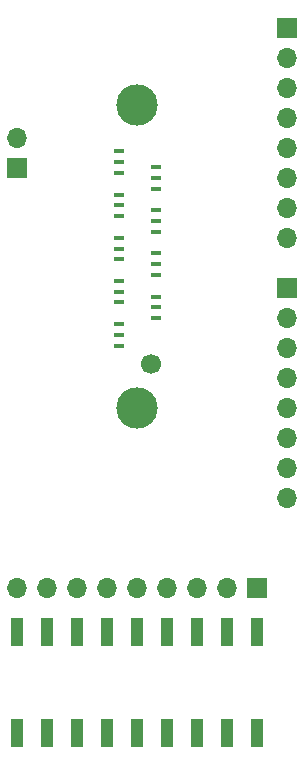
<source format=gts>
%TF.GenerationSoftware,KiCad,Pcbnew,7.0.6-rc2-8-gf9e9ed53f9*%
%TF.CreationDate,2023-06-28T16:03:34-05:00*%
%TF.ProjectId,Tek P6860 Adapter v.2,54656b20-5036-4383-9630-204164617074,rev?*%
%TF.SameCoordinates,Original*%
%TF.FileFunction,Soldermask,Top*%
%TF.FilePolarity,Negative*%
%FSLAX46Y46*%
G04 Gerber Fmt 4.6, Leading zero omitted, Abs format (unit mm)*
G04 Created by KiCad (PCBNEW 7.0.6-rc2-8-gf9e9ed53f9) date 2023-06-28 16:03:34*
%MOMM*%
%LPD*%
G01*
G04 APERTURE LIST*
%ADD10R,1.700000X1.700000*%
%ADD11O,1.700000X1.700000*%
%ADD12C,3.500000*%
%ADD13C,1.700000*%
%ADD14R,0.810000X0.410000*%
%ADD15R,1.120000X2.440000*%
G04 APERTURE END LIST*
D10*
%TO.C,J3*%
X21082000Y-31242000D03*
D11*
X21082000Y-28702000D03*
%TD*%
D12*
%TO.C,J4*%
X31242000Y-25912000D03*
D13*
X32385000Y-47882000D03*
D12*
X31242000Y-51562000D03*
D14*
X29677000Y-46302000D03*
X29677000Y-45387000D03*
X29677000Y-44482000D03*
X29677000Y-42642000D03*
X29677000Y-41732000D03*
X29677000Y-40822000D03*
X29677000Y-38977000D03*
X29677000Y-38072000D03*
X29677000Y-37162000D03*
X29677000Y-35322000D03*
X29677000Y-34407000D03*
X29677000Y-33502000D03*
X29677000Y-31667000D03*
X29677000Y-30757000D03*
X29677000Y-29847000D03*
X32807000Y-43962000D03*
X32807000Y-43052000D03*
X32812000Y-42142000D03*
X32812000Y-40302000D03*
X32812000Y-39392000D03*
X32812000Y-38482000D03*
X32812000Y-36647000D03*
X32812000Y-35742000D03*
X32812000Y-34832000D03*
X32807000Y-32992000D03*
X32807000Y-32082000D03*
X32812000Y-31172000D03*
%TD*%
D15*
%TO.C,SW1*%
X41376600Y-70511000D03*
X38836600Y-70511000D03*
X36296600Y-70511000D03*
X33756600Y-70511000D03*
X31216600Y-70511000D03*
X28676600Y-70511000D03*
X26136600Y-70511000D03*
X23596600Y-70511000D03*
X21056600Y-70511000D03*
X21056600Y-79121000D03*
X23596600Y-79121000D03*
X26136600Y-79121000D03*
X28676600Y-79121000D03*
X31216600Y-79121000D03*
X33756600Y-79121000D03*
X36296600Y-79121000D03*
X38836600Y-79121000D03*
X41376600Y-79121000D03*
%TD*%
D10*
%TO.C,J5*%
X41402000Y-66802000D03*
D11*
X38862000Y-66802000D03*
X36322000Y-66802000D03*
X33782000Y-66802000D03*
X31242000Y-66802000D03*
X28702000Y-66802000D03*
X26162000Y-66802000D03*
X23622000Y-66802000D03*
X21082000Y-66802000D03*
%TD*%
D10*
%TO.C,J2*%
X43942000Y-19427000D03*
D11*
X43942000Y-21967000D03*
X43942000Y-24507000D03*
X43942000Y-27047000D03*
X43942000Y-29587000D03*
X43942000Y-32127000D03*
X43942000Y-34667000D03*
X43942000Y-37207000D03*
%TD*%
D10*
%TO.C,J1*%
X43942000Y-41427400D03*
D11*
X43942000Y-43967400D03*
X43942000Y-46507400D03*
X43942000Y-49047400D03*
X43942000Y-51587400D03*
X43942000Y-54127400D03*
X43942000Y-56667400D03*
X43942000Y-59207400D03*
%TD*%
M02*

</source>
